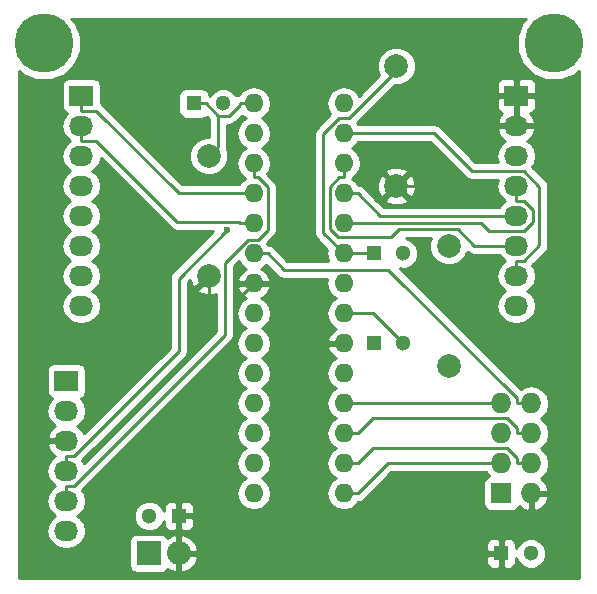
<source format=gtl>
G04 #@! TF.FileFunction,Copper,L1,Top,Signal*
%FSLAX46Y46*%
G04 Gerber Fmt 4.6, Leading zero omitted, Abs format (unit mm)*
G04 Created by KiCad (PCBNEW 4.0.1-3.201512221401+6198~38~ubuntu15.10.1-stable) date lun 04 ene 2016 19:36:38 ART*
%MOMM*%
G01*
G04 APERTURE LIST*
%ADD10C,0.100000*%
%ADD11R,1.300000X1.300000*%
%ADD12C,1.300000*%
%ADD13C,1.998980*%
%ADD14O,1.600000X1.600000*%
%ADD15R,2.032000X1.727200*%
%ADD16O,2.032000X1.727200*%
%ADD17R,1.727200X1.727200*%
%ADD18O,1.727200X1.727200*%
%ADD19R,2.032000X2.032000*%
%ADD20O,2.032000X2.032000*%
%ADD21C,5.000000*%
%ADD22C,0.600000*%
%ADD23C,0.250000*%
%ADD24C,0.254000*%
G04 APERTURE END LIST*
D10*
D11*
X215900000Y-109220000D03*
D12*
X218400000Y-109220000D03*
D11*
X200660000Y-88900000D03*
D12*
X203160000Y-88900000D03*
D11*
X215900000Y-101600000D03*
D12*
X218400000Y-101600000D03*
D13*
X201930000Y-103505000D03*
X201930000Y-93345000D03*
X217805000Y-95885000D03*
X217805000Y-85725000D03*
X222250000Y-111125000D03*
X222250000Y-100965000D03*
D11*
X226695000Y-127000000D03*
D12*
X229195000Y-127000000D03*
D14*
X205740000Y-88900000D03*
X205740000Y-91440000D03*
X205740000Y-93980000D03*
X205740000Y-96520000D03*
X205740000Y-99060000D03*
X205740000Y-101600000D03*
X205740000Y-104140000D03*
X205740000Y-106680000D03*
X205740000Y-109220000D03*
X205740000Y-111760000D03*
X205740000Y-114300000D03*
X205740000Y-116840000D03*
X205740000Y-119380000D03*
X205740000Y-121920000D03*
X213360000Y-121920000D03*
X213360000Y-119380000D03*
X213360000Y-116840000D03*
X213360000Y-114300000D03*
X213360000Y-111760000D03*
X213360000Y-109220000D03*
X213360000Y-106680000D03*
X213360000Y-104140000D03*
X213360000Y-101600000D03*
X213360000Y-99060000D03*
X213360000Y-96520000D03*
X213360000Y-93980000D03*
X213360000Y-91440000D03*
X213360000Y-88900000D03*
D15*
X189865000Y-112395000D03*
D16*
X189865000Y-114935000D03*
X189865000Y-117475000D03*
X189865000Y-120015000D03*
X189865000Y-122555000D03*
X189865000Y-125095000D03*
D15*
X191135000Y-88265000D03*
D16*
X191135000Y-90805000D03*
X191135000Y-93345000D03*
X191135000Y-95885000D03*
X191135000Y-98425000D03*
X191135000Y-100965000D03*
X191135000Y-103505000D03*
X191135000Y-106045000D03*
D15*
X227965000Y-88265000D03*
D16*
X227965000Y-90805000D03*
X227965000Y-93345000D03*
X227965000Y-95885000D03*
X227965000Y-98425000D03*
X227965000Y-100965000D03*
X227965000Y-103505000D03*
X227965000Y-106045000D03*
D17*
X226695000Y-121920000D03*
D18*
X229235000Y-121920000D03*
X226695000Y-119380000D03*
X229235000Y-119380000D03*
X226695000Y-116840000D03*
X229235000Y-116840000D03*
X226695000Y-114300000D03*
X229235000Y-114300000D03*
D19*
X196850000Y-127000000D03*
D20*
X199390000Y-127000000D03*
D21*
X187960000Y-83820000D03*
X231140000Y-83820000D03*
D11*
X199390000Y-123825000D03*
D12*
X196890000Y-123825000D03*
D22*
X201930000Y-105410000D03*
X204470000Y-105410000D03*
X224155000Y-91440000D03*
X222885000Y-95885000D03*
X203489800Y-99620200D03*
D23*
X215860000Y-106680000D02*
X218400000Y-109220000D01*
X213360000Y-106680000D02*
X215860000Y-106680000D01*
X201930000Y-105410000D02*
X201930000Y-103505000D01*
X205740000Y-104140000D02*
X204470000Y-105410000D01*
X217805000Y-95885000D02*
X222885000Y-95885000D01*
X224790000Y-90805000D02*
X227965000Y-90805000D01*
X224155000Y-91440000D02*
X224790000Y-90805000D01*
X205740000Y-88900000D02*
X204564700Y-88900000D01*
X200660000Y-88900000D02*
X201685300Y-88900000D01*
X202710600Y-92564400D02*
X202710600Y-89925300D01*
X201930000Y-93345000D02*
X202710600Y-92564400D01*
X203648900Y-89925300D02*
X202710600Y-89925300D01*
X204564700Y-89009500D02*
X203648900Y-89925300D01*
X204564700Y-88900000D02*
X204564700Y-89009500D01*
X202710600Y-89925300D02*
X201685300Y-88900000D01*
X215900000Y-101600000D02*
X214874700Y-101600000D01*
X211603200Y-99843200D02*
X213360000Y-101600000D01*
X211603200Y-91485200D02*
X211603200Y-99843200D01*
X212918400Y-90170000D02*
X211603200Y-91485200D01*
X213800800Y-90170000D02*
X212918400Y-90170000D01*
X217805000Y-86165800D02*
X213800800Y-90170000D01*
X217805000Y-85725000D02*
X217805000Y-86165800D01*
X213360000Y-101600000D02*
X214874700Y-101600000D01*
X199372400Y-103737600D02*
X203489800Y-99620200D01*
X199372400Y-109888100D02*
X199372400Y-103737600D01*
X190484400Y-118776100D02*
X199372400Y-109888100D01*
X189865000Y-118776100D02*
X190484400Y-118776100D01*
X189865000Y-120015000D02*
X189865000Y-118776100D01*
X206105300Y-95155300D02*
X205740000Y-95155300D01*
X206915400Y-95965400D02*
X206105300Y-95155300D01*
X206915400Y-99593500D02*
X206915400Y-95965400D01*
X206084300Y-100424600D02*
X206915400Y-99593500D01*
X205253100Y-100424600D02*
X206084300Y-100424600D01*
X203304900Y-102372800D02*
X205253100Y-100424600D01*
X203304900Y-108495600D02*
X203304900Y-102372800D01*
X190484400Y-121316100D02*
X203304900Y-108495600D01*
X189865000Y-121316100D02*
X190484400Y-121316100D01*
X189865000Y-122555000D02*
X189865000Y-121316100D01*
X205740000Y-93980000D02*
X205740000Y-95155300D01*
X199390000Y-96520000D02*
X205740000Y-96520000D01*
X192373900Y-89503900D02*
X199390000Y-96520000D01*
X191135000Y-89503900D02*
X192373900Y-89503900D01*
X191135000Y-88265000D02*
X191135000Y-89503900D01*
X191135000Y-90805000D02*
X191135000Y-92043900D01*
X192373900Y-92043900D02*
X191135000Y-92043900D01*
X199274900Y-98944900D02*
X192373900Y-92043900D01*
X204449600Y-98944900D02*
X199274900Y-98944900D01*
X204564700Y-99060000D02*
X204449600Y-98944900D01*
X205740000Y-99060000D02*
X204564700Y-99060000D01*
X208279900Y-102964600D02*
X206915300Y-101600000D01*
X217125300Y-102964600D02*
X208279900Y-102964600D01*
X227996100Y-113835400D02*
X217125300Y-102964600D01*
X227996100Y-114300000D02*
X227996100Y-113835400D01*
X229235000Y-114300000D02*
X227996100Y-114300000D01*
X205740000Y-101600000D02*
X206915300Y-101600000D01*
X217075300Y-119380000D02*
X214535300Y-121920000D01*
X226695000Y-119380000D02*
X217075300Y-119380000D01*
X213360000Y-121920000D02*
X214535300Y-121920000D01*
X215805300Y-118110000D02*
X214535300Y-119380000D01*
X227190700Y-118110000D02*
X215805300Y-118110000D01*
X227996100Y-118915400D02*
X227190700Y-118110000D01*
X227996100Y-119380000D02*
X227996100Y-118915400D01*
X229235000Y-119380000D02*
X227996100Y-119380000D01*
X213360000Y-119380000D02*
X214535300Y-119380000D01*
X215805300Y-115570000D02*
X214535300Y-116840000D01*
X227190700Y-115570000D02*
X215805300Y-115570000D01*
X227996100Y-116375400D02*
X227190700Y-115570000D01*
X227996100Y-116840000D02*
X227996100Y-116375400D01*
X229235000Y-116840000D02*
X227996100Y-116840000D01*
X213360000Y-116840000D02*
X214535300Y-116840000D01*
X226695000Y-114300000D02*
X213360000Y-114300000D01*
X225018200Y-99060000D02*
X213360000Y-99060000D01*
X225684200Y-99726000D02*
X225018200Y-99060000D01*
X228614800Y-99726000D02*
X225684200Y-99726000D01*
X229373900Y-98966900D02*
X228614800Y-99726000D01*
X229373900Y-97913400D02*
X229373900Y-98966900D01*
X228584400Y-97123900D02*
X229373900Y-97913400D01*
X227965000Y-97123900D02*
X228584400Y-97123900D01*
X227965000Y-95885000D02*
X227965000Y-97123900D01*
X216440300Y-98425000D02*
X214535300Y-96520000D01*
X227965000Y-98425000D02*
X216440300Y-98425000D01*
X213360000Y-96520000D02*
X214535300Y-96520000D01*
X224394500Y-100965000D02*
X227965000Y-100965000D01*
X222989900Y-99560400D02*
X224394500Y-100965000D01*
X218014700Y-99560400D02*
X222989900Y-99560400D01*
X217333800Y-100241300D02*
X218014700Y-99560400D01*
X212853100Y-100241300D02*
X217333800Y-100241300D01*
X212167400Y-99555600D02*
X212853100Y-100241300D01*
X212167400Y-95980600D02*
X212167400Y-99555600D01*
X212992700Y-95155300D02*
X212167400Y-95980600D01*
X213360000Y-95155300D02*
X212992700Y-95155300D01*
X213360000Y-93980000D02*
X213360000Y-95155300D01*
X221015600Y-91440000D02*
X213360000Y-91440000D01*
X224190600Y-94615000D02*
X221015600Y-91440000D01*
X228600300Y-94615000D02*
X224190600Y-94615000D01*
X229924900Y-95939600D02*
X228600300Y-94615000D01*
X229924900Y-100925700D02*
X229924900Y-95939600D01*
X228584500Y-102266100D02*
X229924900Y-100925700D01*
X227965000Y-102266100D02*
X228584500Y-102266100D01*
X227965000Y-103505000D02*
X227965000Y-102266100D01*
D24*
G36*
X228483826Y-82041847D02*
X228005546Y-83193674D01*
X228004457Y-84440854D01*
X228480727Y-85593515D01*
X229361847Y-86476174D01*
X230513674Y-86954454D01*
X231760854Y-86955543D01*
X232913515Y-86479273D01*
X233249000Y-86144373D01*
X233249000Y-129109000D01*
X185851000Y-129109000D01*
X185851000Y-114935000D01*
X188181655Y-114935000D01*
X188295729Y-115508489D01*
X188620585Y-115994670D01*
X188930069Y-116201461D01*
X188514268Y-116572964D01*
X188260291Y-117100209D01*
X188257642Y-117115974D01*
X188378783Y-117348000D01*
X189738000Y-117348000D01*
X189738000Y-117328000D01*
X189992000Y-117328000D01*
X189992000Y-117348000D01*
X190012000Y-117348000D01*
X190012000Y-117602000D01*
X189992000Y-117602000D01*
X189992000Y-117622000D01*
X189738000Y-117622000D01*
X189738000Y-117602000D01*
X188378783Y-117602000D01*
X188257642Y-117834026D01*
X188260291Y-117849791D01*
X188514268Y-118377036D01*
X188930069Y-118748539D01*
X188620585Y-118955330D01*
X188295729Y-119441511D01*
X188181655Y-120015000D01*
X188295729Y-120588489D01*
X188620585Y-121074670D01*
X188935366Y-121285000D01*
X188620585Y-121495330D01*
X188295729Y-121981511D01*
X188181655Y-122555000D01*
X188295729Y-123128489D01*
X188620585Y-123614670D01*
X188935366Y-123825000D01*
X188620585Y-124035330D01*
X188295729Y-124521511D01*
X188181655Y-125095000D01*
X188295729Y-125668489D01*
X188620585Y-126154670D01*
X189106766Y-126479526D01*
X189680255Y-126593600D01*
X190049745Y-126593600D01*
X190623234Y-126479526D01*
X191109415Y-126154670D01*
X191223453Y-125984000D01*
X195186560Y-125984000D01*
X195186560Y-128016000D01*
X195230838Y-128251317D01*
X195369910Y-128467441D01*
X195582110Y-128612431D01*
X195834000Y-128663440D01*
X197866000Y-128663440D01*
X198101317Y-128619162D01*
X198317441Y-128480090D01*
X198428840Y-128317052D01*
X198525182Y-128406385D01*
X199007056Y-128605975D01*
X199263000Y-128486836D01*
X199263000Y-127127000D01*
X199517000Y-127127000D01*
X199517000Y-128486836D01*
X199772944Y-128605975D01*
X200254818Y-128406385D01*
X200727188Y-127968379D01*
X200995983Y-127382946D01*
X200950939Y-127285750D01*
X225410000Y-127285750D01*
X225410000Y-127776310D01*
X225506673Y-128009699D01*
X225685302Y-128188327D01*
X225918691Y-128285000D01*
X226409250Y-128285000D01*
X226568000Y-128126250D01*
X226568000Y-127127000D01*
X225568750Y-127127000D01*
X225410000Y-127285750D01*
X200950939Y-127285750D01*
X200877367Y-127127000D01*
X199517000Y-127127000D01*
X199263000Y-127127000D01*
X199243000Y-127127000D01*
X199243000Y-126873000D01*
X199263000Y-126873000D01*
X199263000Y-125513164D01*
X199517000Y-125513164D01*
X199517000Y-126873000D01*
X200877367Y-126873000D01*
X200995983Y-126617054D01*
X200815375Y-126223690D01*
X225410000Y-126223690D01*
X225410000Y-126714250D01*
X225568750Y-126873000D01*
X226568000Y-126873000D01*
X226568000Y-125873750D01*
X226822000Y-125873750D01*
X226822000Y-126873000D01*
X226842000Y-126873000D01*
X226842000Y-127127000D01*
X226822000Y-127127000D01*
X226822000Y-128126250D01*
X226980750Y-128285000D01*
X227471309Y-128285000D01*
X227704698Y-128188327D01*
X227883327Y-128009699D01*
X227980000Y-127776310D01*
X227980000Y-127424433D01*
X228104995Y-127726943D01*
X228466155Y-128088735D01*
X228938276Y-128284777D01*
X229449481Y-128285223D01*
X229921943Y-128090005D01*
X230283735Y-127728845D01*
X230479777Y-127256724D01*
X230480223Y-126745519D01*
X230285005Y-126273057D01*
X229923845Y-125911265D01*
X229451724Y-125715223D01*
X228940519Y-125714777D01*
X228468057Y-125909995D01*
X228106265Y-126271155D01*
X227980000Y-126575235D01*
X227980000Y-126223690D01*
X227883327Y-125990301D01*
X227704698Y-125811673D01*
X227471309Y-125715000D01*
X226980750Y-125715000D01*
X226822000Y-125873750D01*
X226568000Y-125873750D01*
X226409250Y-125715000D01*
X225918691Y-125715000D01*
X225685302Y-125811673D01*
X225506673Y-125990301D01*
X225410000Y-126223690D01*
X200815375Y-126223690D01*
X200727188Y-126031621D01*
X200254818Y-125593615D01*
X199772944Y-125394025D01*
X199517000Y-125513164D01*
X199263000Y-125513164D01*
X199007056Y-125394025D01*
X198525182Y-125593615D01*
X198427602Y-125684097D01*
X198330090Y-125532559D01*
X198117890Y-125387569D01*
X197866000Y-125336560D01*
X195834000Y-125336560D01*
X195598683Y-125380838D01*
X195382559Y-125519910D01*
X195237569Y-125732110D01*
X195186560Y-125984000D01*
X191223453Y-125984000D01*
X191434271Y-125668489D01*
X191548345Y-125095000D01*
X191434271Y-124521511D01*
X191138916Y-124079481D01*
X195604777Y-124079481D01*
X195799995Y-124551943D01*
X196161155Y-124913735D01*
X196633276Y-125109777D01*
X197144481Y-125110223D01*
X197616943Y-124915005D01*
X197978735Y-124553845D01*
X198105000Y-124249765D01*
X198105000Y-124601310D01*
X198201673Y-124834699D01*
X198380302Y-125013327D01*
X198613691Y-125110000D01*
X199104250Y-125110000D01*
X199263000Y-124951250D01*
X199263000Y-123952000D01*
X199517000Y-123952000D01*
X199517000Y-124951250D01*
X199675750Y-125110000D01*
X200166309Y-125110000D01*
X200399698Y-125013327D01*
X200578327Y-124834699D01*
X200675000Y-124601310D01*
X200675000Y-124110750D01*
X200516250Y-123952000D01*
X199517000Y-123952000D01*
X199263000Y-123952000D01*
X199243000Y-123952000D01*
X199243000Y-123698000D01*
X199263000Y-123698000D01*
X199263000Y-122698750D01*
X199517000Y-122698750D01*
X199517000Y-123698000D01*
X200516250Y-123698000D01*
X200675000Y-123539250D01*
X200675000Y-123048690D01*
X200578327Y-122815301D01*
X200399698Y-122636673D01*
X200166309Y-122540000D01*
X199675750Y-122540000D01*
X199517000Y-122698750D01*
X199263000Y-122698750D01*
X199104250Y-122540000D01*
X198613691Y-122540000D01*
X198380302Y-122636673D01*
X198201673Y-122815301D01*
X198105000Y-123048690D01*
X198105000Y-123400567D01*
X197980005Y-123098057D01*
X197618845Y-122736265D01*
X197146724Y-122540223D01*
X196635519Y-122539777D01*
X196163057Y-122734995D01*
X195801265Y-123096155D01*
X195605223Y-123568276D01*
X195604777Y-124079481D01*
X191138916Y-124079481D01*
X191109415Y-124035330D01*
X190794634Y-123825000D01*
X191109415Y-123614670D01*
X191434271Y-123128489D01*
X191548345Y-122555000D01*
X191434271Y-121981511D01*
X191217785Y-121657517D01*
X203842301Y-109033001D01*
X204007048Y-108786439D01*
X204064900Y-108495600D01*
X204064900Y-106680000D01*
X204276887Y-106680000D01*
X204386120Y-107229151D01*
X204697189Y-107694698D01*
X205079275Y-107950000D01*
X204697189Y-108205302D01*
X204386120Y-108670849D01*
X204276887Y-109220000D01*
X204386120Y-109769151D01*
X204697189Y-110234698D01*
X205079275Y-110490000D01*
X204697189Y-110745302D01*
X204386120Y-111210849D01*
X204276887Y-111760000D01*
X204386120Y-112309151D01*
X204697189Y-112774698D01*
X205079275Y-113030000D01*
X204697189Y-113285302D01*
X204386120Y-113750849D01*
X204276887Y-114300000D01*
X204386120Y-114849151D01*
X204697189Y-115314698D01*
X205079275Y-115570000D01*
X204697189Y-115825302D01*
X204386120Y-116290849D01*
X204276887Y-116840000D01*
X204386120Y-117389151D01*
X204697189Y-117854698D01*
X205079275Y-118110000D01*
X204697189Y-118365302D01*
X204386120Y-118830849D01*
X204276887Y-119380000D01*
X204386120Y-119929151D01*
X204697189Y-120394698D01*
X205079275Y-120650000D01*
X204697189Y-120905302D01*
X204386120Y-121370849D01*
X204276887Y-121920000D01*
X204386120Y-122469151D01*
X204697189Y-122934698D01*
X205162736Y-123245767D01*
X205711887Y-123355000D01*
X205768113Y-123355000D01*
X206317264Y-123245767D01*
X206782811Y-122934698D01*
X207093880Y-122469151D01*
X207203113Y-121920000D01*
X207093880Y-121370849D01*
X206782811Y-120905302D01*
X206400725Y-120650000D01*
X206782811Y-120394698D01*
X207093880Y-119929151D01*
X207203113Y-119380000D01*
X207093880Y-118830849D01*
X206782811Y-118365302D01*
X206400725Y-118110000D01*
X206782811Y-117854698D01*
X207093880Y-117389151D01*
X207203113Y-116840000D01*
X207093880Y-116290849D01*
X206782811Y-115825302D01*
X206400725Y-115570000D01*
X206782811Y-115314698D01*
X207093880Y-114849151D01*
X207203113Y-114300000D01*
X207093880Y-113750849D01*
X206782811Y-113285302D01*
X206400725Y-113030000D01*
X206782811Y-112774698D01*
X207093880Y-112309151D01*
X207203113Y-111760000D01*
X207093880Y-111210849D01*
X206782811Y-110745302D01*
X206400725Y-110490000D01*
X206782811Y-110234698D01*
X207093880Y-109769151D01*
X207203113Y-109220000D01*
X207093880Y-108670849D01*
X206782811Y-108205302D01*
X206400725Y-107950000D01*
X206782811Y-107694698D01*
X207093880Y-107229151D01*
X207203113Y-106680000D01*
X207093880Y-106130849D01*
X206782811Y-105665302D01*
X206378297Y-105395014D01*
X206595134Y-105292389D01*
X206971041Y-104877423D01*
X207131904Y-104489039D01*
X207009915Y-104267000D01*
X205867000Y-104267000D01*
X205867000Y-104287000D01*
X205613000Y-104287000D01*
X205613000Y-104267000D01*
X204470085Y-104267000D01*
X204348096Y-104489039D01*
X204508959Y-104877423D01*
X204884866Y-105292389D01*
X205101703Y-105395014D01*
X204697189Y-105665302D01*
X204386120Y-106130849D01*
X204276887Y-106680000D01*
X204064900Y-106680000D01*
X204064900Y-102687602D01*
X204473131Y-102279371D01*
X204697189Y-102614698D01*
X205101703Y-102884986D01*
X204884866Y-102987611D01*
X204508959Y-103402577D01*
X204348096Y-103790961D01*
X204470085Y-104013000D01*
X205613000Y-104013000D01*
X205613000Y-103993000D01*
X205867000Y-103993000D01*
X205867000Y-104013000D01*
X207009915Y-104013000D01*
X207131904Y-103790961D01*
X206971041Y-103402577D01*
X206595134Y-102987611D01*
X206378297Y-102884986D01*
X206782811Y-102614698D01*
X206811804Y-102571306D01*
X207742499Y-103502001D01*
X207989061Y-103666748D01*
X208279900Y-103724600D01*
X211979515Y-103724600D01*
X211896887Y-104140000D01*
X212006120Y-104689151D01*
X212317189Y-105154698D01*
X212699275Y-105410000D01*
X212317189Y-105665302D01*
X212006120Y-106130849D01*
X211896887Y-106680000D01*
X212006120Y-107229151D01*
X212317189Y-107694698D01*
X212721703Y-107964986D01*
X212504866Y-108067611D01*
X212128959Y-108482577D01*
X211968096Y-108870961D01*
X212090085Y-109093000D01*
X213233000Y-109093000D01*
X213233000Y-109073000D01*
X213487000Y-109073000D01*
X213487000Y-109093000D01*
X213507000Y-109093000D01*
X213507000Y-109347000D01*
X213487000Y-109347000D01*
X213487000Y-109367000D01*
X213233000Y-109367000D01*
X213233000Y-109347000D01*
X212090085Y-109347000D01*
X211968096Y-109569039D01*
X212128959Y-109957423D01*
X212504866Y-110372389D01*
X212721703Y-110475014D01*
X212317189Y-110745302D01*
X212006120Y-111210849D01*
X211896887Y-111760000D01*
X212006120Y-112309151D01*
X212317189Y-112774698D01*
X212699275Y-113030000D01*
X212317189Y-113285302D01*
X212006120Y-113750849D01*
X211896887Y-114300000D01*
X212006120Y-114849151D01*
X212317189Y-115314698D01*
X212699275Y-115570000D01*
X212317189Y-115825302D01*
X212006120Y-116290849D01*
X211896887Y-116840000D01*
X212006120Y-117389151D01*
X212317189Y-117854698D01*
X212699275Y-118110000D01*
X212317189Y-118365302D01*
X212006120Y-118830849D01*
X211896887Y-119380000D01*
X212006120Y-119929151D01*
X212317189Y-120394698D01*
X212699275Y-120650000D01*
X212317189Y-120905302D01*
X212006120Y-121370849D01*
X211896887Y-121920000D01*
X212006120Y-122469151D01*
X212317189Y-122934698D01*
X212782736Y-123245767D01*
X213331887Y-123355000D01*
X213388113Y-123355000D01*
X213937264Y-123245767D01*
X214402811Y-122934698D01*
X214578773Y-122671353D01*
X214826139Y-122622148D01*
X215072701Y-122457401D01*
X217390102Y-120140000D01*
X225415480Y-120140000D01*
X225621574Y-120448442D01*
X225596083Y-120453238D01*
X225379959Y-120592310D01*
X225234969Y-120804510D01*
X225183960Y-121056400D01*
X225183960Y-122783600D01*
X225228238Y-123018917D01*
X225367310Y-123235041D01*
X225579510Y-123380031D01*
X225831400Y-123431040D01*
X227558600Y-123431040D01*
X227793917Y-123386762D01*
X228010041Y-123247690D01*
X228155031Y-123035490D01*
X228174039Y-122941625D01*
X228460053Y-123202688D01*
X228875974Y-123374958D01*
X229108000Y-123253817D01*
X229108000Y-122047000D01*
X229362000Y-122047000D01*
X229362000Y-123253817D01*
X229594026Y-123374958D01*
X230009947Y-123202688D01*
X230441821Y-122808490D01*
X230689968Y-122279027D01*
X230569469Y-122047000D01*
X229362000Y-122047000D01*
X229108000Y-122047000D01*
X229088000Y-122047000D01*
X229088000Y-121793000D01*
X229108000Y-121793000D01*
X229108000Y-121773000D01*
X229362000Y-121773000D01*
X229362000Y-121793000D01*
X230569469Y-121793000D01*
X230689968Y-121560973D01*
X230441821Y-121031510D01*
X230023839Y-120649992D01*
X230294670Y-120469029D01*
X230619526Y-119982848D01*
X230733600Y-119409359D01*
X230733600Y-119350641D01*
X230619526Y-118777152D01*
X230294670Y-118290971D01*
X230023828Y-118110000D01*
X230294670Y-117929029D01*
X230619526Y-117442848D01*
X230733600Y-116869359D01*
X230733600Y-116810641D01*
X230619526Y-116237152D01*
X230294670Y-115750971D01*
X230023828Y-115570000D01*
X230294670Y-115389029D01*
X230619526Y-114902848D01*
X230733600Y-114329359D01*
X230733600Y-114270641D01*
X230619526Y-113697152D01*
X230294670Y-113210971D01*
X229808489Y-112886115D01*
X229235000Y-112772041D01*
X228661511Y-112886115D01*
X228337868Y-113102366D01*
X218103949Y-102868447D01*
X218143276Y-102884777D01*
X218654481Y-102885223D01*
X219126943Y-102690005D01*
X219488735Y-102328845D01*
X219684777Y-101856724D01*
X219685223Y-101345519D01*
X219490005Y-100873057D01*
X219128845Y-100511265D01*
X218669192Y-100320400D01*
X220747861Y-100320400D01*
X220615794Y-100638453D01*
X220615226Y-101288694D01*
X220863538Y-101889655D01*
X221322927Y-102349846D01*
X221923453Y-102599206D01*
X222573694Y-102599774D01*
X223174655Y-102351462D01*
X223634846Y-101892073D01*
X223814387Y-101459689D01*
X223857099Y-101502401D01*
X224103660Y-101667148D01*
X224394500Y-101725000D01*
X226520352Y-101725000D01*
X226720585Y-102024670D01*
X227035366Y-102235000D01*
X226720585Y-102445330D01*
X226395729Y-102931511D01*
X226281655Y-103505000D01*
X226395729Y-104078489D01*
X226720585Y-104564670D01*
X227035366Y-104775000D01*
X226720585Y-104985330D01*
X226395729Y-105471511D01*
X226281655Y-106045000D01*
X226395729Y-106618489D01*
X226720585Y-107104670D01*
X227206766Y-107429526D01*
X227780255Y-107543600D01*
X228149745Y-107543600D01*
X228723234Y-107429526D01*
X229209415Y-107104670D01*
X229534271Y-106618489D01*
X229648345Y-106045000D01*
X229534271Y-105471511D01*
X229209415Y-104985330D01*
X228894634Y-104775000D01*
X229209415Y-104564670D01*
X229534271Y-104078489D01*
X229648345Y-103505000D01*
X229534271Y-102931511D01*
X229317825Y-102607577D01*
X230462301Y-101463101D01*
X230627048Y-101216539D01*
X230684900Y-100925700D01*
X230684900Y-95939600D01*
X230635788Y-95692701D01*
X230627048Y-95648760D01*
X230462301Y-95402199D01*
X229311697Y-94251595D01*
X229534271Y-93918489D01*
X229648345Y-93345000D01*
X229534271Y-92771511D01*
X229209415Y-92285330D01*
X228899931Y-92078539D01*
X229315732Y-91707036D01*
X229569709Y-91179791D01*
X229572358Y-91164026D01*
X229451217Y-90932000D01*
X228092000Y-90932000D01*
X228092000Y-90952000D01*
X227838000Y-90952000D01*
X227838000Y-90932000D01*
X226478783Y-90932000D01*
X226357642Y-91164026D01*
X226360291Y-91179791D01*
X226614268Y-91707036D01*
X227030069Y-92078539D01*
X226720585Y-92285330D01*
X226395729Y-92771511D01*
X226281655Y-93345000D01*
X226383100Y-93855000D01*
X224505402Y-93855000D01*
X221553001Y-90902599D01*
X221306439Y-90737852D01*
X221015600Y-90680000D01*
X214572995Y-90680000D01*
X214489925Y-90555677D01*
X216494852Y-88550750D01*
X226314000Y-88550750D01*
X226314000Y-89254910D01*
X226410673Y-89488299D01*
X226589302Y-89666927D01*
X226786861Y-89748759D01*
X226614268Y-89902964D01*
X226360291Y-90430209D01*
X226357642Y-90445974D01*
X226478783Y-90678000D01*
X227838000Y-90678000D01*
X227838000Y-88392000D01*
X228092000Y-88392000D01*
X228092000Y-90678000D01*
X229451217Y-90678000D01*
X229572358Y-90445974D01*
X229569709Y-90430209D01*
X229315732Y-89902964D01*
X229143139Y-89748759D01*
X229340698Y-89666927D01*
X229519327Y-89488299D01*
X229616000Y-89254910D01*
X229616000Y-88550750D01*
X229457250Y-88392000D01*
X228092000Y-88392000D01*
X227838000Y-88392000D01*
X226472750Y-88392000D01*
X226314000Y-88550750D01*
X216494852Y-88550750D01*
X217686215Y-87359387D01*
X218128694Y-87359774D01*
X218333644Y-87275090D01*
X226314000Y-87275090D01*
X226314000Y-87979250D01*
X226472750Y-88138000D01*
X227838000Y-88138000D01*
X227838000Y-86925150D01*
X228092000Y-86925150D01*
X228092000Y-88138000D01*
X229457250Y-88138000D01*
X229616000Y-87979250D01*
X229616000Y-87275090D01*
X229519327Y-87041701D01*
X229340698Y-86863073D01*
X229107309Y-86766400D01*
X228250750Y-86766400D01*
X228092000Y-86925150D01*
X227838000Y-86925150D01*
X227679250Y-86766400D01*
X226822691Y-86766400D01*
X226589302Y-86863073D01*
X226410673Y-87041701D01*
X226314000Y-87275090D01*
X218333644Y-87275090D01*
X218729655Y-87111462D01*
X219189846Y-86652073D01*
X219439206Y-86051547D01*
X219439774Y-85401306D01*
X219191462Y-84800345D01*
X218732073Y-84340154D01*
X218131547Y-84090794D01*
X217481306Y-84090226D01*
X216880345Y-84338538D01*
X216420154Y-84797927D01*
X216170794Y-85398453D01*
X216170226Y-86048694D01*
X216368191Y-86527807D01*
X214646296Y-88249702D01*
X214402811Y-87885302D01*
X213937264Y-87574233D01*
X213388113Y-87465000D01*
X213331887Y-87465000D01*
X212782736Y-87574233D01*
X212317189Y-87885302D01*
X212006120Y-88350849D01*
X211896887Y-88900000D01*
X212006120Y-89449151D01*
X212229755Y-89783843D01*
X211065799Y-90947799D01*
X210901052Y-91194361D01*
X210843200Y-91485200D01*
X210843200Y-99843200D01*
X210901052Y-100134039D01*
X211065799Y-100380601D01*
X211961312Y-101276114D01*
X211896887Y-101600000D01*
X212006120Y-102149151D01*
X212043170Y-102204600D01*
X208594702Y-102204600D01*
X207452701Y-101062599D01*
X207206139Y-100897852D01*
X206958773Y-100848647D01*
X206869164Y-100714538D01*
X207452801Y-100130901D01*
X207617548Y-99884339D01*
X207675400Y-99593500D01*
X207675400Y-95965400D01*
X207621156Y-95692701D01*
X207617548Y-95674560D01*
X207452801Y-95427999D01*
X206877615Y-94852813D01*
X207093880Y-94529151D01*
X207203113Y-93980000D01*
X207093880Y-93430849D01*
X206782811Y-92965302D01*
X206400725Y-92710000D01*
X206782811Y-92454698D01*
X207093880Y-91989151D01*
X207203113Y-91440000D01*
X207093880Y-90890849D01*
X206782811Y-90425302D01*
X206400725Y-90170000D01*
X206782811Y-89914698D01*
X207093880Y-89449151D01*
X207203113Y-88900000D01*
X207093880Y-88350849D01*
X206782811Y-87885302D01*
X206317264Y-87574233D01*
X205768113Y-87465000D01*
X205711887Y-87465000D01*
X205162736Y-87574233D01*
X204697189Y-87885302D01*
X204521227Y-88148647D01*
X204273861Y-88197852D01*
X204263195Y-88204979D01*
X204250005Y-88173057D01*
X203888845Y-87811265D01*
X203416724Y-87615223D01*
X202905519Y-87614777D01*
X202433057Y-87809995D01*
X202071265Y-88171155D01*
X202041927Y-88241810D01*
X201976139Y-88197852D01*
X201946519Y-88191960D01*
X201913162Y-88014683D01*
X201774090Y-87798559D01*
X201561890Y-87653569D01*
X201310000Y-87602560D01*
X200010000Y-87602560D01*
X199774683Y-87646838D01*
X199558559Y-87785910D01*
X199413569Y-87998110D01*
X199362560Y-88250000D01*
X199362560Y-89550000D01*
X199406838Y-89785317D01*
X199545910Y-90001441D01*
X199758110Y-90146431D01*
X200010000Y-90197440D01*
X201310000Y-90197440D01*
X201545317Y-90153162D01*
X201739017Y-90028519D01*
X201950600Y-90240102D01*
X201950600Y-91710527D01*
X201606306Y-91710226D01*
X201005345Y-91958538D01*
X200545154Y-92417927D01*
X200295794Y-93018453D01*
X200295226Y-93668694D01*
X200543538Y-94269655D01*
X201002927Y-94729846D01*
X201603453Y-94979206D01*
X202253694Y-94979774D01*
X202854655Y-94731462D01*
X203314846Y-94272073D01*
X203564206Y-93671547D01*
X203564774Y-93021306D01*
X203439853Y-92718974D01*
X203470600Y-92564400D01*
X203470600Y-90685300D01*
X203648900Y-90685300D01*
X203939739Y-90627448D01*
X204186301Y-90462701D01*
X204719438Y-89929564D01*
X205079275Y-90170000D01*
X204697189Y-90425302D01*
X204386120Y-90890849D01*
X204276887Y-91440000D01*
X204386120Y-91989151D01*
X204697189Y-92454698D01*
X205079275Y-92710000D01*
X204697189Y-92965302D01*
X204386120Y-93430849D01*
X204276887Y-93980000D01*
X204386120Y-94529151D01*
X204697189Y-94994698D01*
X204986507Y-95188015D01*
X205008274Y-95297441D01*
X204697189Y-95505302D01*
X204527005Y-95760000D01*
X199704802Y-95760000D01*
X192911301Y-88966499D01*
X192798440Y-88891088D01*
X192798440Y-87401400D01*
X192754162Y-87166083D01*
X192615090Y-86949959D01*
X192402890Y-86804969D01*
X192151000Y-86753960D01*
X190119000Y-86753960D01*
X189883683Y-86798238D01*
X189667559Y-86937310D01*
X189522569Y-87149510D01*
X189471560Y-87401400D01*
X189471560Y-89128600D01*
X189515838Y-89363917D01*
X189654910Y-89580041D01*
X189867110Y-89725031D01*
X189908439Y-89733400D01*
X189890585Y-89745330D01*
X189565729Y-90231511D01*
X189451655Y-90805000D01*
X189565729Y-91378489D01*
X189890585Y-91864670D01*
X190205366Y-92075000D01*
X189890585Y-92285330D01*
X189565729Y-92771511D01*
X189451655Y-93345000D01*
X189565729Y-93918489D01*
X189890585Y-94404670D01*
X190205366Y-94615000D01*
X189890585Y-94825330D01*
X189565729Y-95311511D01*
X189451655Y-95885000D01*
X189565729Y-96458489D01*
X189890585Y-96944670D01*
X190205366Y-97155000D01*
X189890585Y-97365330D01*
X189565729Y-97851511D01*
X189451655Y-98425000D01*
X189565729Y-98998489D01*
X189890585Y-99484670D01*
X190205366Y-99695000D01*
X189890585Y-99905330D01*
X189565729Y-100391511D01*
X189451655Y-100965000D01*
X189565729Y-101538489D01*
X189890585Y-102024670D01*
X190205366Y-102235000D01*
X189890585Y-102445330D01*
X189565729Y-102931511D01*
X189451655Y-103505000D01*
X189565729Y-104078489D01*
X189890585Y-104564670D01*
X190205366Y-104775000D01*
X189890585Y-104985330D01*
X189565729Y-105471511D01*
X189451655Y-106045000D01*
X189565729Y-106618489D01*
X189890585Y-107104670D01*
X190376766Y-107429526D01*
X190950255Y-107543600D01*
X191319745Y-107543600D01*
X191893234Y-107429526D01*
X192379415Y-107104670D01*
X192704271Y-106618489D01*
X192818345Y-106045000D01*
X192704271Y-105471511D01*
X192379415Y-104985330D01*
X192064634Y-104775000D01*
X192379415Y-104564670D01*
X192704271Y-104078489D01*
X192818345Y-103505000D01*
X192704271Y-102931511D01*
X192379415Y-102445330D01*
X192064634Y-102235000D01*
X192379415Y-102024670D01*
X192704271Y-101538489D01*
X192818345Y-100965000D01*
X192704271Y-100391511D01*
X192379415Y-99905330D01*
X192064634Y-99695000D01*
X192379415Y-99484670D01*
X192704271Y-98998489D01*
X192818345Y-98425000D01*
X192704271Y-97851511D01*
X192379415Y-97365330D01*
X192064634Y-97155000D01*
X192379415Y-96944670D01*
X192704271Y-96458489D01*
X192818345Y-95885000D01*
X192704271Y-95311511D01*
X192379415Y-94825330D01*
X192064634Y-94615000D01*
X192379415Y-94404670D01*
X192704271Y-93918489D01*
X192782152Y-93526954D01*
X198737499Y-99482301D01*
X198984061Y-99647048D01*
X199274900Y-99704900D01*
X202330298Y-99704900D01*
X198834999Y-103200199D01*
X198670252Y-103446761D01*
X198612400Y-103737600D01*
X198612400Y-109573298D01*
X191344798Y-116840900D01*
X191215732Y-116572964D01*
X190799931Y-116201461D01*
X191109415Y-115994670D01*
X191434271Y-115508489D01*
X191548345Y-114935000D01*
X191434271Y-114361511D01*
X191109415Y-113875330D01*
X191095087Y-113865757D01*
X191116317Y-113861762D01*
X191332441Y-113722690D01*
X191477431Y-113510490D01*
X191528440Y-113258600D01*
X191528440Y-111531400D01*
X191484162Y-111296083D01*
X191345090Y-111079959D01*
X191132890Y-110934969D01*
X190881000Y-110883960D01*
X188849000Y-110883960D01*
X188613683Y-110928238D01*
X188397559Y-111067310D01*
X188252569Y-111279510D01*
X188201560Y-111531400D01*
X188201560Y-113258600D01*
X188245838Y-113493917D01*
X188384910Y-113710041D01*
X188597110Y-113855031D01*
X188638439Y-113863400D01*
X188620585Y-113875330D01*
X188295729Y-114361511D01*
X188181655Y-114935000D01*
X185851000Y-114935000D01*
X185851000Y-86144749D01*
X186181847Y-86476174D01*
X187333674Y-86954454D01*
X188580854Y-86955543D01*
X189733515Y-86479273D01*
X190616174Y-85598153D01*
X191094454Y-84446326D01*
X191095543Y-83199146D01*
X190619273Y-82046485D01*
X190284373Y-81711000D01*
X228815251Y-81711000D01*
X228483826Y-82041847D01*
X228483826Y-82041847D01*
G37*
X228483826Y-82041847D02*
X228005546Y-83193674D01*
X228004457Y-84440854D01*
X228480727Y-85593515D01*
X229361847Y-86476174D01*
X230513674Y-86954454D01*
X231760854Y-86955543D01*
X232913515Y-86479273D01*
X233249000Y-86144373D01*
X233249000Y-129109000D01*
X185851000Y-129109000D01*
X185851000Y-114935000D01*
X188181655Y-114935000D01*
X188295729Y-115508489D01*
X188620585Y-115994670D01*
X188930069Y-116201461D01*
X188514268Y-116572964D01*
X188260291Y-117100209D01*
X188257642Y-117115974D01*
X188378783Y-117348000D01*
X189738000Y-117348000D01*
X189738000Y-117328000D01*
X189992000Y-117328000D01*
X189992000Y-117348000D01*
X190012000Y-117348000D01*
X190012000Y-117602000D01*
X189992000Y-117602000D01*
X189992000Y-117622000D01*
X189738000Y-117622000D01*
X189738000Y-117602000D01*
X188378783Y-117602000D01*
X188257642Y-117834026D01*
X188260291Y-117849791D01*
X188514268Y-118377036D01*
X188930069Y-118748539D01*
X188620585Y-118955330D01*
X188295729Y-119441511D01*
X188181655Y-120015000D01*
X188295729Y-120588489D01*
X188620585Y-121074670D01*
X188935366Y-121285000D01*
X188620585Y-121495330D01*
X188295729Y-121981511D01*
X188181655Y-122555000D01*
X188295729Y-123128489D01*
X188620585Y-123614670D01*
X188935366Y-123825000D01*
X188620585Y-124035330D01*
X188295729Y-124521511D01*
X188181655Y-125095000D01*
X188295729Y-125668489D01*
X188620585Y-126154670D01*
X189106766Y-126479526D01*
X189680255Y-126593600D01*
X190049745Y-126593600D01*
X190623234Y-126479526D01*
X191109415Y-126154670D01*
X191223453Y-125984000D01*
X195186560Y-125984000D01*
X195186560Y-128016000D01*
X195230838Y-128251317D01*
X195369910Y-128467441D01*
X195582110Y-128612431D01*
X195834000Y-128663440D01*
X197866000Y-128663440D01*
X198101317Y-128619162D01*
X198317441Y-128480090D01*
X198428840Y-128317052D01*
X198525182Y-128406385D01*
X199007056Y-128605975D01*
X199263000Y-128486836D01*
X199263000Y-127127000D01*
X199517000Y-127127000D01*
X199517000Y-128486836D01*
X199772944Y-128605975D01*
X200254818Y-128406385D01*
X200727188Y-127968379D01*
X200995983Y-127382946D01*
X200950939Y-127285750D01*
X225410000Y-127285750D01*
X225410000Y-127776310D01*
X225506673Y-128009699D01*
X225685302Y-128188327D01*
X225918691Y-128285000D01*
X226409250Y-128285000D01*
X226568000Y-128126250D01*
X226568000Y-127127000D01*
X225568750Y-127127000D01*
X225410000Y-127285750D01*
X200950939Y-127285750D01*
X200877367Y-127127000D01*
X199517000Y-127127000D01*
X199263000Y-127127000D01*
X199243000Y-127127000D01*
X199243000Y-126873000D01*
X199263000Y-126873000D01*
X199263000Y-125513164D01*
X199517000Y-125513164D01*
X199517000Y-126873000D01*
X200877367Y-126873000D01*
X200995983Y-126617054D01*
X200815375Y-126223690D01*
X225410000Y-126223690D01*
X225410000Y-126714250D01*
X225568750Y-126873000D01*
X226568000Y-126873000D01*
X226568000Y-125873750D01*
X226822000Y-125873750D01*
X226822000Y-126873000D01*
X226842000Y-126873000D01*
X226842000Y-127127000D01*
X226822000Y-127127000D01*
X226822000Y-128126250D01*
X226980750Y-128285000D01*
X227471309Y-128285000D01*
X227704698Y-128188327D01*
X227883327Y-128009699D01*
X227980000Y-127776310D01*
X227980000Y-127424433D01*
X228104995Y-127726943D01*
X228466155Y-128088735D01*
X228938276Y-128284777D01*
X229449481Y-128285223D01*
X229921943Y-128090005D01*
X230283735Y-127728845D01*
X230479777Y-127256724D01*
X230480223Y-126745519D01*
X230285005Y-126273057D01*
X229923845Y-125911265D01*
X229451724Y-125715223D01*
X228940519Y-125714777D01*
X228468057Y-125909995D01*
X228106265Y-126271155D01*
X227980000Y-126575235D01*
X227980000Y-126223690D01*
X227883327Y-125990301D01*
X227704698Y-125811673D01*
X227471309Y-125715000D01*
X226980750Y-125715000D01*
X226822000Y-125873750D01*
X226568000Y-125873750D01*
X226409250Y-125715000D01*
X225918691Y-125715000D01*
X225685302Y-125811673D01*
X225506673Y-125990301D01*
X225410000Y-126223690D01*
X200815375Y-126223690D01*
X200727188Y-126031621D01*
X200254818Y-125593615D01*
X199772944Y-125394025D01*
X199517000Y-125513164D01*
X199263000Y-125513164D01*
X199007056Y-125394025D01*
X198525182Y-125593615D01*
X198427602Y-125684097D01*
X198330090Y-125532559D01*
X198117890Y-125387569D01*
X197866000Y-125336560D01*
X195834000Y-125336560D01*
X195598683Y-125380838D01*
X195382559Y-125519910D01*
X195237569Y-125732110D01*
X195186560Y-125984000D01*
X191223453Y-125984000D01*
X191434271Y-125668489D01*
X191548345Y-125095000D01*
X191434271Y-124521511D01*
X191138916Y-124079481D01*
X195604777Y-124079481D01*
X195799995Y-124551943D01*
X196161155Y-124913735D01*
X196633276Y-125109777D01*
X197144481Y-125110223D01*
X197616943Y-124915005D01*
X197978735Y-124553845D01*
X198105000Y-124249765D01*
X198105000Y-124601310D01*
X198201673Y-124834699D01*
X198380302Y-125013327D01*
X198613691Y-125110000D01*
X199104250Y-125110000D01*
X199263000Y-124951250D01*
X199263000Y-123952000D01*
X199517000Y-123952000D01*
X199517000Y-124951250D01*
X199675750Y-125110000D01*
X200166309Y-125110000D01*
X200399698Y-125013327D01*
X200578327Y-124834699D01*
X200675000Y-124601310D01*
X200675000Y-124110750D01*
X200516250Y-123952000D01*
X199517000Y-123952000D01*
X199263000Y-123952000D01*
X199243000Y-123952000D01*
X199243000Y-123698000D01*
X199263000Y-123698000D01*
X199263000Y-122698750D01*
X199517000Y-122698750D01*
X199517000Y-123698000D01*
X200516250Y-123698000D01*
X200675000Y-123539250D01*
X200675000Y-123048690D01*
X200578327Y-122815301D01*
X200399698Y-122636673D01*
X200166309Y-122540000D01*
X199675750Y-122540000D01*
X199517000Y-122698750D01*
X199263000Y-122698750D01*
X199104250Y-122540000D01*
X198613691Y-122540000D01*
X198380302Y-122636673D01*
X198201673Y-122815301D01*
X198105000Y-123048690D01*
X198105000Y-123400567D01*
X197980005Y-123098057D01*
X197618845Y-122736265D01*
X197146724Y-122540223D01*
X196635519Y-122539777D01*
X196163057Y-122734995D01*
X195801265Y-123096155D01*
X195605223Y-123568276D01*
X195604777Y-124079481D01*
X191138916Y-124079481D01*
X191109415Y-124035330D01*
X190794634Y-123825000D01*
X191109415Y-123614670D01*
X191434271Y-123128489D01*
X191548345Y-122555000D01*
X191434271Y-121981511D01*
X191217785Y-121657517D01*
X203842301Y-109033001D01*
X204007048Y-108786439D01*
X204064900Y-108495600D01*
X204064900Y-106680000D01*
X204276887Y-106680000D01*
X204386120Y-107229151D01*
X204697189Y-107694698D01*
X205079275Y-107950000D01*
X204697189Y-108205302D01*
X204386120Y-108670849D01*
X204276887Y-109220000D01*
X204386120Y-109769151D01*
X204697189Y-110234698D01*
X205079275Y-110490000D01*
X204697189Y-110745302D01*
X204386120Y-111210849D01*
X204276887Y-111760000D01*
X204386120Y-112309151D01*
X204697189Y-112774698D01*
X205079275Y-113030000D01*
X204697189Y-113285302D01*
X204386120Y-113750849D01*
X204276887Y-114300000D01*
X204386120Y-114849151D01*
X204697189Y-115314698D01*
X205079275Y-115570000D01*
X204697189Y-115825302D01*
X204386120Y-116290849D01*
X204276887Y-116840000D01*
X204386120Y-117389151D01*
X204697189Y-117854698D01*
X205079275Y-118110000D01*
X204697189Y-118365302D01*
X204386120Y-118830849D01*
X204276887Y-119380000D01*
X204386120Y-119929151D01*
X204697189Y-120394698D01*
X205079275Y-120650000D01*
X204697189Y-120905302D01*
X204386120Y-121370849D01*
X204276887Y-121920000D01*
X204386120Y-122469151D01*
X204697189Y-122934698D01*
X205162736Y-123245767D01*
X205711887Y-123355000D01*
X205768113Y-123355000D01*
X206317264Y-123245767D01*
X206782811Y-122934698D01*
X207093880Y-122469151D01*
X207203113Y-121920000D01*
X207093880Y-121370849D01*
X206782811Y-120905302D01*
X206400725Y-120650000D01*
X206782811Y-120394698D01*
X207093880Y-119929151D01*
X207203113Y-119380000D01*
X207093880Y-118830849D01*
X206782811Y-118365302D01*
X206400725Y-118110000D01*
X206782811Y-117854698D01*
X207093880Y-117389151D01*
X207203113Y-116840000D01*
X207093880Y-116290849D01*
X206782811Y-115825302D01*
X206400725Y-115570000D01*
X206782811Y-115314698D01*
X207093880Y-114849151D01*
X207203113Y-114300000D01*
X207093880Y-113750849D01*
X206782811Y-113285302D01*
X206400725Y-113030000D01*
X206782811Y-112774698D01*
X207093880Y-112309151D01*
X207203113Y-111760000D01*
X207093880Y-111210849D01*
X206782811Y-110745302D01*
X206400725Y-110490000D01*
X206782811Y-110234698D01*
X207093880Y-109769151D01*
X207203113Y-109220000D01*
X207093880Y-108670849D01*
X206782811Y-108205302D01*
X206400725Y-107950000D01*
X206782811Y-107694698D01*
X207093880Y-107229151D01*
X207203113Y-106680000D01*
X207093880Y-106130849D01*
X206782811Y-105665302D01*
X206378297Y-105395014D01*
X206595134Y-105292389D01*
X206971041Y-104877423D01*
X207131904Y-104489039D01*
X207009915Y-104267000D01*
X205867000Y-104267000D01*
X205867000Y-104287000D01*
X205613000Y-104287000D01*
X205613000Y-104267000D01*
X204470085Y-104267000D01*
X204348096Y-104489039D01*
X204508959Y-104877423D01*
X204884866Y-105292389D01*
X205101703Y-105395014D01*
X204697189Y-105665302D01*
X204386120Y-106130849D01*
X204276887Y-106680000D01*
X204064900Y-106680000D01*
X204064900Y-102687602D01*
X204473131Y-102279371D01*
X204697189Y-102614698D01*
X205101703Y-102884986D01*
X204884866Y-102987611D01*
X204508959Y-103402577D01*
X204348096Y-103790961D01*
X204470085Y-104013000D01*
X205613000Y-104013000D01*
X205613000Y-103993000D01*
X205867000Y-103993000D01*
X205867000Y-104013000D01*
X207009915Y-104013000D01*
X207131904Y-103790961D01*
X206971041Y-103402577D01*
X206595134Y-102987611D01*
X206378297Y-102884986D01*
X206782811Y-102614698D01*
X206811804Y-102571306D01*
X207742499Y-103502001D01*
X207989061Y-103666748D01*
X208279900Y-103724600D01*
X211979515Y-103724600D01*
X211896887Y-104140000D01*
X212006120Y-104689151D01*
X212317189Y-105154698D01*
X212699275Y-105410000D01*
X212317189Y-105665302D01*
X212006120Y-106130849D01*
X211896887Y-106680000D01*
X212006120Y-107229151D01*
X212317189Y-107694698D01*
X212721703Y-107964986D01*
X212504866Y-108067611D01*
X212128959Y-108482577D01*
X211968096Y-108870961D01*
X212090085Y-109093000D01*
X213233000Y-109093000D01*
X213233000Y-109073000D01*
X213487000Y-109073000D01*
X213487000Y-109093000D01*
X213507000Y-109093000D01*
X213507000Y-109347000D01*
X213487000Y-109347000D01*
X213487000Y-109367000D01*
X213233000Y-109367000D01*
X213233000Y-109347000D01*
X212090085Y-109347000D01*
X211968096Y-109569039D01*
X212128959Y-109957423D01*
X212504866Y-110372389D01*
X212721703Y-110475014D01*
X212317189Y-110745302D01*
X212006120Y-111210849D01*
X211896887Y-111760000D01*
X212006120Y-112309151D01*
X212317189Y-112774698D01*
X212699275Y-113030000D01*
X212317189Y-113285302D01*
X212006120Y-113750849D01*
X211896887Y-114300000D01*
X212006120Y-114849151D01*
X212317189Y-115314698D01*
X212699275Y-115570000D01*
X212317189Y-115825302D01*
X212006120Y-116290849D01*
X211896887Y-116840000D01*
X212006120Y-117389151D01*
X212317189Y-117854698D01*
X212699275Y-118110000D01*
X212317189Y-118365302D01*
X212006120Y-118830849D01*
X211896887Y-119380000D01*
X212006120Y-119929151D01*
X212317189Y-120394698D01*
X212699275Y-120650000D01*
X212317189Y-120905302D01*
X212006120Y-121370849D01*
X211896887Y-121920000D01*
X212006120Y-122469151D01*
X212317189Y-122934698D01*
X212782736Y-123245767D01*
X213331887Y-123355000D01*
X213388113Y-123355000D01*
X213937264Y-123245767D01*
X214402811Y-122934698D01*
X214578773Y-122671353D01*
X214826139Y-122622148D01*
X215072701Y-122457401D01*
X217390102Y-120140000D01*
X225415480Y-120140000D01*
X225621574Y-120448442D01*
X225596083Y-120453238D01*
X225379959Y-120592310D01*
X225234969Y-120804510D01*
X225183960Y-121056400D01*
X225183960Y-122783600D01*
X225228238Y-123018917D01*
X225367310Y-123235041D01*
X225579510Y-123380031D01*
X225831400Y-123431040D01*
X227558600Y-123431040D01*
X227793917Y-123386762D01*
X228010041Y-123247690D01*
X228155031Y-123035490D01*
X228174039Y-122941625D01*
X228460053Y-123202688D01*
X228875974Y-123374958D01*
X229108000Y-123253817D01*
X229108000Y-122047000D01*
X229362000Y-122047000D01*
X229362000Y-123253817D01*
X229594026Y-123374958D01*
X230009947Y-123202688D01*
X230441821Y-122808490D01*
X230689968Y-122279027D01*
X230569469Y-122047000D01*
X229362000Y-122047000D01*
X229108000Y-122047000D01*
X229088000Y-122047000D01*
X229088000Y-121793000D01*
X229108000Y-121793000D01*
X229108000Y-121773000D01*
X229362000Y-121773000D01*
X229362000Y-121793000D01*
X230569469Y-121793000D01*
X230689968Y-121560973D01*
X230441821Y-121031510D01*
X230023839Y-120649992D01*
X230294670Y-120469029D01*
X230619526Y-119982848D01*
X230733600Y-119409359D01*
X230733600Y-119350641D01*
X230619526Y-118777152D01*
X230294670Y-118290971D01*
X230023828Y-118110000D01*
X230294670Y-117929029D01*
X230619526Y-117442848D01*
X230733600Y-116869359D01*
X230733600Y-116810641D01*
X230619526Y-116237152D01*
X230294670Y-115750971D01*
X230023828Y-115570000D01*
X230294670Y-115389029D01*
X230619526Y-114902848D01*
X230733600Y-114329359D01*
X230733600Y-114270641D01*
X230619526Y-113697152D01*
X230294670Y-113210971D01*
X229808489Y-112886115D01*
X229235000Y-112772041D01*
X228661511Y-112886115D01*
X228337868Y-113102366D01*
X218103949Y-102868447D01*
X218143276Y-102884777D01*
X218654481Y-102885223D01*
X219126943Y-102690005D01*
X219488735Y-102328845D01*
X219684777Y-101856724D01*
X219685223Y-101345519D01*
X219490005Y-100873057D01*
X219128845Y-100511265D01*
X218669192Y-100320400D01*
X220747861Y-100320400D01*
X220615794Y-100638453D01*
X220615226Y-101288694D01*
X220863538Y-101889655D01*
X221322927Y-102349846D01*
X221923453Y-102599206D01*
X222573694Y-102599774D01*
X223174655Y-102351462D01*
X223634846Y-101892073D01*
X223814387Y-101459689D01*
X223857099Y-101502401D01*
X224103660Y-101667148D01*
X224394500Y-101725000D01*
X226520352Y-101725000D01*
X226720585Y-102024670D01*
X227035366Y-102235000D01*
X226720585Y-102445330D01*
X226395729Y-102931511D01*
X226281655Y-103505000D01*
X226395729Y-104078489D01*
X226720585Y-104564670D01*
X227035366Y-104775000D01*
X226720585Y-104985330D01*
X226395729Y-105471511D01*
X226281655Y-106045000D01*
X226395729Y-106618489D01*
X226720585Y-107104670D01*
X227206766Y-107429526D01*
X227780255Y-107543600D01*
X228149745Y-107543600D01*
X228723234Y-107429526D01*
X229209415Y-107104670D01*
X229534271Y-106618489D01*
X229648345Y-106045000D01*
X229534271Y-105471511D01*
X229209415Y-104985330D01*
X228894634Y-104775000D01*
X229209415Y-104564670D01*
X229534271Y-104078489D01*
X229648345Y-103505000D01*
X229534271Y-102931511D01*
X229317825Y-102607577D01*
X230462301Y-101463101D01*
X230627048Y-101216539D01*
X230684900Y-100925700D01*
X230684900Y-95939600D01*
X230635788Y-95692701D01*
X230627048Y-95648760D01*
X230462301Y-95402199D01*
X229311697Y-94251595D01*
X229534271Y-93918489D01*
X229648345Y-93345000D01*
X229534271Y-92771511D01*
X229209415Y-92285330D01*
X228899931Y-92078539D01*
X229315732Y-91707036D01*
X229569709Y-91179791D01*
X229572358Y-91164026D01*
X229451217Y-90932000D01*
X228092000Y-90932000D01*
X228092000Y-90952000D01*
X227838000Y-90952000D01*
X227838000Y-90932000D01*
X226478783Y-90932000D01*
X226357642Y-91164026D01*
X226360291Y-91179791D01*
X226614268Y-91707036D01*
X227030069Y-92078539D01*
X226720585Y-92285330D01*
X226395729Y-92771511D01*
X226281655Y-93345000D01*
X226383100Y-93855000D01*
X224505402Y-93855000D01*
X221553001Y-90902599D01*
X221306439Y-90737852D01*
X221015600Y-90680000D01*
X214572995Y-90680000D01*
X214489925Y-90555677D01*
X216494852Y-88550750D01*
X226314000Y-88550750D01*
X226314000Y-89254910D01*
X226410673Y-89488299D01*
X226589302Y-89666927D01*
X226786861Y-89748759D01*
X226614268Y-89902964D01*
X226360291Y-90430209D01*
X226357642Y-90445974D01*
X226478783Y-90678000D01*
X227838000Y-90678000D01*
X227838000Y-88392000D01*
X228092000Y-88392000D01*
X228092000Y-90678000D01*
X229451217Y-90678000D01*
X229572358Y-90445974D01*
X229569709Y-90430209D01*
X229315732Y-89902964D01*
X229143139Y-89748759D01*
X229340698Y-89666927D01*
X229519327Y-89488299D01*
X229616000Y-89254910D01*
X229616000Y-88550750D01*
X229457250Y-88392000D01*
X228092000Y-88392000D01*
X227838000Y-88392000D01*
X226472750Y-88392000D01*
X226314000Y-88550750D01*
X216494852Y-88550750D01*
X217686215Y-87359387D01*
X218128694Y-87359774D01*
X218333644Y-87275090D01*
X226314000Y-87275090D01*
X226314000Y-87979250D01*
X226472750Y-88138000D01*
X227838000Y-88138000D01*
X227838000Y-86925150D01*
X228092000Y-86925150D01*
X228092000Y-88138000D01*
X229457250Y-88138000D01*
X229616000Y-87979250D01*
X229616000Y-87275090D01*
X229519327Y-87041701D01*
X229340698Y-86863073D01*
X229107309Y-86766400D01*
X228250750Y-86766400D01*
X228092000Y-86925150D01*
X227838000Y-86925150D01*
X227679250Y-86766400D01*
X226822691Y-86766400D01*
X226589302Y-86863073D01*
X226410673Y-87041701D01*
X226314000Y-87275090D01*
X218333644Y-87275090D01*
X218729655Y-87111462D01*
X219189846Y-86652073D01*
X219439206Y-86051547D01*
X219439774Y-85401306D01*
X219191462Y-84800345D01*
X218732073Y-84340154D01*
X218131547Y-84090794D01*
X217481306Y-84090226D01*
X216880345Y-84338538D01*
X216420154Y-84797927D01*
X216170794Y-85398453D01*
X216170226Y-86048694D01*
X216368191Y-86527807D01*
X214646296Y-88249702D01*
X214402811Y-87885302D01*
X213937264Y-87574233D01*
X213388113Y-87465000D01*
X213331887Y-87465000D01*
X212782736Y-87574233D01*
X212317189Y-87885302D01*
X212006120Y-88350849D01*
X211896887Y-88900000D01*
X212006120Y-89449151D01*
X212229755Y-89783843D01*
X211065799Y-90947799D01*
X210901052Y-91194361D01*
X210843200Y-91485200D01*
X210843200Y-99843200D01*
X210901052Y-100134039D01*
X211065799Y-100380601D01*
X211961312Y-101276114D01*
X211896887Y-101600000D01*
X212006120Y-102149151D01*
X212043170Y-102204600D01*
X208594702Y-102204600D01*
X207452701Y-101062599D01*
X207206139Y-100897852D01*
X206958773Y-100848647D01*
X206869164Y-100714538D01*
X207452801Y-100130901D01*
X207617548Y-99884339D01*
X207675400Y-99593500D01*
X207675400Y-95965400D01*
X207621156Y-95692701D01*
X207617548Y-95674560D01*
X207452801Y-95427999D01*
X206877615Y-94852813D01*
X207093880Y-94529151D01*
X207203113Y-93980000D01*
X207093880Y-93430849D01*
X206782811Y-92965302D01*
X206400725Y-92710000D01*
X206782811Y-92454698D01*
X207093880Y-91989151D01*
X207203113Y-91440000D01*
X207093880Y-90890849D01*
X206782811Y-90425302D01*
X206400725Y-90170000D01*
X206782811Y-89914698D01*
X207093880Y-89449151D01*
X207203113Y-88900000D01*
X207093880Y-88350849D01*
X206782811Y-87885302D01*
X206317264Y-87574233D01*
X205768113Y-87465000D01*
X205711887Y-87465000D01*
X205162736Y-87574233D01*
X204697189Y-87885302D01*
X204521227Y-88148647D01*
X204273861Y-88197852D01*
X204263195Y-88204979D01*
X204250005Y-88173057D01*
X203888845Y-87811265D01*
X203416724Y-87615223D01*
X202905519Y-87614777D01*
X202433057Y-87809995D01*
X202071265Y-88171155D01*
X202041927Y-88241810D01*
X201976139Y-88197852D01*
X201946519Y-88191960D01*
X201913162Y-88014683D01*
X201774090Y-87798559D01*
X201561890Y-87653569D01*
X201310000Y-87602560D01*
X200010000Y-87602560D01*
X199774683Y-87646838D01*
X199558559Y-87785910D01*
X199413569Y-87998110D01*
X199362560Y-88250000D01*
X199362560Y-89550000D01*
X199406838Y-89785317D01*
X199545910Y-90001441D01*
X199758110Y-90146431D01*
X200010000Y-90197440D01*
X201310000Y-90197440D01*
X201545317Y-90153162D01*
X201739017Y-90028519D01*
X201950600Y-90240102D01*
X201950600Y-91710527D01*
X201606306Y-91710226D01*
X201005345Y-91958538D01*
X200545154Y-92417927D01*
X200295794Y-93018453D01*
X200295226Y-93668694D01*
X200543538Y-94269655D01*
X201002927Y-94729846D01*
X201603453Y-94979206D01*
X202253694Y-94979774D01*
X202854655Y-94731462D01*
X203314846Y-94272073D01*
X203564206Y-93671547D01*
X203564774Y-93021306D01*
X203439853Y-92718974D01*
X203470600Y-92564400D01*
X203470600Y-90685300D01*
X203648900Y-90685300D01*
X203939739Y-90627448D01*
X204186301Y-90462701D01*
X204719438Y-89929564D01*
X205079275Y-90170000D01*
X204697189Y-90425302D01*
X204386120Y-90890849D01*
X204276887Y-91440000D01*
X204386120Y-91989151D01*
X204697189Y-92454698D01*
X205079275Y-92710000D01*
X204697189Y-92965302D01*
X204386120Y-93430849D01*
X204276887Y-93980000D01*
X204386120Y-94529151D01*
X204697189Y-94994698D01*
X204986507Y-95188015D01*
X205008274Y-95297441D01*
X204697189Y-95505302D01*
X204527005Y-95760000D01*
X199704802Y-95760000D01*
X192911301Y-88966499D01*
X192798440Y-88891088D01*
X192798440Y-87401400D01*
X192754162Y-87166083D01*
X192615090Y-86949959D01*
X192402890Y-86804969D01*
X192151000Y-86753960D01*
X190119000Y-86753960D01*
X189883683Y-86798238D01*
X189667559Y-86937310D01*
X189522569Y-87149510D01*
X189471560Y-87401400D01*
X189471560Y-89128600D01*
X189515838Y-89363917D01*
X189654910Y-89580041D01*
X189867110Y-89725031D01*
X189908439Y-89733400D01*
X189890585Y-89745330D01*
X189565729Y-90231511D01*
X189451655Y-90805000D01*
X189565729Y-91378489D01*
X189890585Y-91864670D01*
X190205366Y-92075000D01*
X189890585Y-92285330D01*
X189565729Y-92771511D01*
X189451655Y-93345000D01*
X189565729Y-93918489D01*
X189890585Y-94404670D01*
X190205366Y-94615000D01*
X189890585Y-94825330D01*
X189565729Y-95311511D01*
X189451655Y-95885000D01*
X189565729Y-96458489D01*
X189890585Y-96944670D01*
X190205366Y-97155000D01*
X189890585Y-97365330D01*
X189565729Y-97851511D01*
X189451655Y-98425000D01*
X189565729Y-98998489D01*
X189890585Y-99484670D01*
X190205366Y-99695000D01*
X189890585Y-99905330D01*
X189565729Y-100391511D01*
X189451655Y-100965000D01*
X189565729Y-101538489D01*
X189890585Y-102024670D01*
X190205366Y-102235000D01*
X189890585Y-102445330D01*
X189565729Y-102931511D01*
X189451655Y-103505000D01*
X189565729Y-104078489D01*
X189890585Y-104564670D01*
X190205366Y-104775000D01*
X189890585Y-104985330D01*
X189565729Y-105471511D01*
X189451655Y-106045000D01*
X189565729Y-106618489D01*
X189890585Y-107104670D01*
X190376766Y-107429526D01*
X190950255Y-107543600D01*
X191319745Y-107543600D01*
X191893234Y-107429526D01*
X192379415Y-107104670D01*
X192704271Y-106618489D01*
X192818345Y-106045000D01*
X192704271Y-105471511D01*
X192379415Y-104985330D01*
X192064634Y-104775000D01*
X192379415Y-104564670D01*
X192704271Y-104078489D01*
X192818345Y-103505000D01*
X192704271Y-102931511D01*
X192379415Y-102445330D01*
X192064634Y-102235000D01*
X192379415Y-102024670D01*
X192704271Y-101538489D01*
X192818345Y-100965000D01*
X192704271Y-100391511D01*
X192379415Y-99905330D01*
X192064634Y-99695000D01*
X192379415Y-99484670D01*
X192704271Y-98998489D01*
X192818345Y-98425000D01*
X192704271Y-97851511D01*
X192379415Y-97365330D01*
X192064634Y-97155000D01*
X192379415Y-96944670D01*
X192704271Y-96458489D01*
X192818345Y-95885000D01*
X192704271Y-95311511D01*
X192379415Y-94825330D01*
X192064634Y-94615000D01*
X192379415Y-94404670D01*
X192704271Y-93918489D01*
X192782152Y-93526954D01*
X198737499Y-99482301D01*
X198984061Y-99647048D01*
X199274900Y-99704900D01*
X202330298Y-99704900D01*
X198834999Y-103200199D01*
X198670252Y-103446761D01*
X198612400Y-103737600D01*
X198612400Y-109573298D01*
X191344798Y-116840900D01*
X191215732Y-116572964D01*
X190799931Y-116201461D01*
X191109415Y-115994670D01*
X191434271Y-115508489D01*
X191548345Y-114935000D01*
X191434271Y-114361511D01*
X191109415Y-113875330D01*
X191095087Y-113865757D01*
X191116317Y-113861762D01*
X191332441Y-113722690D01*
X191477431Y-113510490D01*
X191528440Y-113258600D01*
X191528440Y-111531400D01*
X191484162Y-111296083D01*
X191345090Y-111079959D01*
X191132890Y-110934969D01*
X190881000Y-110883960D01*
X188849000Y-110883960D01*
X188613683Y-110928238D01*
X188397559Y-111067310D01*
X188252569Y-111279510D01*
X188201560Y-111531400D01*
X188201560Y-113258600D01*
X188245838Y-113493917D01*
X188384910Y-113710041D01*
X188597110Y-113855031D01*
X188638439Y-113863400D01*
X188620585Y-113875330D01*
X188295729Y-114361511D01*
X188181655Y-114935000D01*
X185851000Y-114935000D01*
X185851000Y-86144749D01*
X186181847Y-86476174D01*
X187333674Y-86954454D01*
X188580854Y-86955543D01*
X189733515Y-86479273D01*
X190616174Y-85598153D01*
X191094454Y-84446326D01*
X191095543Y-83199146D01*
X190619273Y-82046485D01*
X190284373Y-81711000D01*
X228815251Y-81711000D01*
X228483826Y-82041847D01*
G36*
X202123748Y-103490858D02*
X202109605Y-103505000D01*
X202123748Y-103519143D01*
X201944142Y-103698748D01*
X201930000Y-103684605D01*
X200957443Y-104657163D01*
X201056042Y-104923965D01*
X201665582Y-105150401D01*
X202315377Y-105126341D01*
X202544900Y-105031270D01*
X202544900Y-108180798D01*
X191374156Y-119351542D01*
X191217785Y-119117517D01*
X199909801Y-110425501D01*
X200074548Y-110178939D01*
X200132400Y-109888100D01*
X200132400Y-104052402D01*
X200308151Y-103876651D01*
X200308659Y-103890377D01*
X200511035Y-104378958D01*
X200777837Y-104477557D01*
X201750395Y-103505000D01*
X201736252Y-103490858D01*
X201915858Y-103311252D01*
X201930000Y-103325395D01*
X201944142Y-103311252D01*
X202123748Y-103490858D01*
X202123748Y-103490858D01*
G37*
X202123748Y-103490858D02*
X202109605Y-103505000D01*
X202123748Y-103519143D01*
X201944142Y-103698748D01*
X201930000Y-103684605D01*
X200957443Y-104657163D01*
X201056042Y-104923965D01*
X201665582Y-105150401D01*
X202315377Y-105126341D01*
X202544900Y-105031270D01*
X202544900Y-108180798D01*
X191374156Y-119351542D01*
X191217785Y-119117517D01*
X199909801Y-110425501D01*
X200074548Y-110178939D01*
X200132400Y-109888100D01*
X200132400Y-104052402D01*
X200308151Y-103876651D01*
X200308659Y-103890377D01*
X200511035Y-104378958D01*
X200777837Y-104477557D01*
X201750395Y-103505000D01*
X201736252Y-103490858D01*
X201915858Y-103311252D01*
X201930000Y-103325395D01*
X201944142Y-103311252D01*
X202123748Y-103490858D01*
G36*
X223653199Y-95152401D02*
X223899761Y-95317148D01*
X224190600Y-95375000D01*
X226383100Y-95375000D01*
X226281655Y-95885000D01*
X226395729Y-96458489D01*
X226720585Y-96944670D01*
X227035366Y-97155000D01*
X226720585Y-97365330D01*
X226520352Y-97665000D01*
X216755102Y-97665000D01*
X216127265Y-97037163D01*
X216832443Y-97037163D01*
X216931042Y-97303965D01*
X217540582Y-97530401D01*
X218190377Y-97506341D01*
X218678958Y-97303965D01*
X218777557Y-97037163D01*
X217805000Y-96064605D01*
X216832443Y-97037163D01*
X216127265Y-97037163D01*
X215072701Y-95982599D01*
X214826139Y-95817852D01*
X214578773Y-95768647D01*
X214479839Y-95620582D01*
X216159599Y-95620582D01*
X216183659Y-96270377D01*
X216386035Y-96758958D01*
X216652837Y-96857557D01*
X217625395Y-95885000D01*
X217984605Y-95885000D01*
X218957163Y-96857557D01*
X219223965Y-96758958D01*
X219450401Y-96149418D01*
X219426341Y-95499623D01*
X219223965Y-95011042D01*
X218957163Y-94912443D01*
X217984605Y-95885000D01*
X217625395Y-95885000D01*
X216652837Y-94912443D01*
X216386035Y-95011042D01*
X216159599Y-95620582D01*
X214479839Y-95620582D01*
X214402811Y-95505302D01*
X214091726Y-95297441D01*
X214113493Y-95188015D01*
X214402811Y-94994698D01*
X214577781Y-94732837D01*
X216832443Y-94732837D01*
X217805000Y-95705395D01*
X218777557Y-94732837D01*
X218678958Y-94466035D01*
X218069418Y-94239599D01*
X217419623Y-94263659D01*
X216931042Y-94466035D01*
X216832443Y-94732837D01*
X214577781Y-94732837D01*
X214713880Y-94529151D01*
X214823113Y-93980000D01*
X214713880Y-93430849D01*
X214402811Y-92965302D01*
X214020725Y-92710000D01*
X214402811Y-92454698D01*
X214572995Y-92200000D01*
X220700798Y-92200000D01*
X223653199Y-95152401D01*
X223653199Y-95152401D01*
G37*
X223653199Y-95152401D02*
X223899761Y-95317148D01*
X224190600Y-95375000D01*
X226383100Y-95375000D01*
X226281655Y-95885000D01*
X226395729Y-96458489D01*
X226720585Y-96944670D01*
X227035366Y-97155000D01*
X226720585Y-97365330D01*
X226520352Y-97665000D01*
X216755102Y-97665000D01*
X216127265Y-97037163D01*
X216832443Y-97037163D01*
X216931042Y-97303965D01*
X217540582Y-97530401D01*
X218190377Y-97506341D01*
X218678958Y-97303965D01*
X218777557Y-97037163D01*
X217805000Y-96064605D01*
X216832443Y-97037163D01*
X216127265Y-97037163D01*
X215072701Y-95982599D01*
X214826139Y-95817852D01*
X214578773Y-95768647D01*
X214479839Y-95620582D01*
X216159599Y-95620582D01*
X216183659Y-96270377D01*
X216386035Y-96758958D01*
X216652837Y-96857557D01*
X217625395Y-95885000D01*
X217984605Y-95885000D01*
X218957163Y-96857557D01*
X219223965Y-96758958D01*
X219450401Y-96149418D01*
X219426341Y-95499623D01*
X219223965Y-95011042D01*
X218957163Y-94912443D01*
X217984605Y-95885000D01*
X217625395Y-95885000D01*
X216652837Y-94912443D01*
X216386035Y-95011042D01*
X216159599Y-95620582D01*
X214479839Y-95620582D01*
X214402811Y-95505302D01*
X214091726Y-95297441D01*
X214113493Y-95188015D01*
X214402811Y-94994698D01*
X214577781Y-94732837D01*
X216832443Y-94732837D01*
X217805000Y-95705395D01*
X218777557Y-94732837D01*
X218678958Y-94466035D01*
X218069418Y-94239599D01*
X217419623Y-94263659D01*
X216931042Y-94466035D01*
X216832443Y-94732837D01*
X214577781Y-94732837D01*
X214713880Y-94529151D01*
X214823113Y-93980000D01*
X214713880Y-93430849D01*
X214402811Y-92965302D01*
X214020725Y-92710000D01*
X214402811Y-92454698D01*
X214572995Y-92200000D01*
X220700798Y-92200000D01*
X223653199Y-95152401D01*
M02*

</source>
